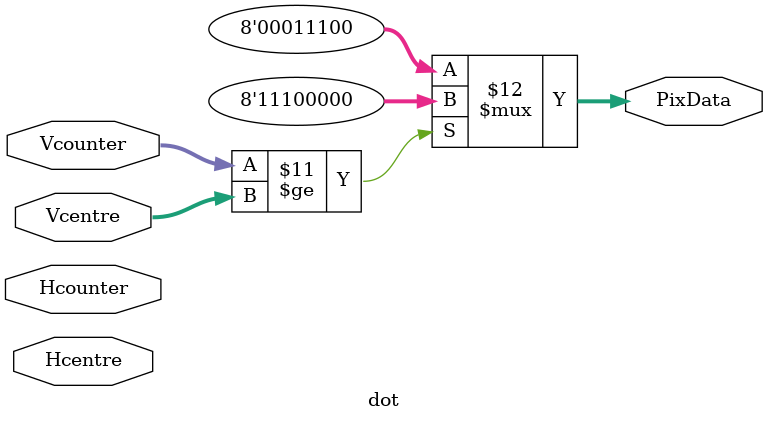
<source format=v>
`timescale 1ns / 1ps
`define	RED 8'b11100000
`define	GREEN 8'b00011100
`define	BLUE 8'b00000011
`define	CYAN 8'b00011111
`define	PINK 8'b11100011
`define	WHITE 8'b11111111
`define	BLACK 8'b0
`define	YELLOW 8'b11111100
`define Hcen = 320
`define Vcen = 240

module dot(
	Hcounter,
	Vcounter,
	PixData,
	Hcentre,
	Vcentre
    );
	 
//inputs:
input[9:0] Hcounter,Vcounter,Hcentre,Vcentre;
//outputs:
output[7:0] PixData;

assign H_posn=	(Hcentre>=620)?	620:(Hcentre<0)?	0:Hcentre;
assign V_posn=	(Vcentre>460)?	460:(Vcentre<0)?	0:Vcentre;
assign PixData=	(Vcounter>=Vcentre)?	`RED:`GREEN;

endmodule

</source>
